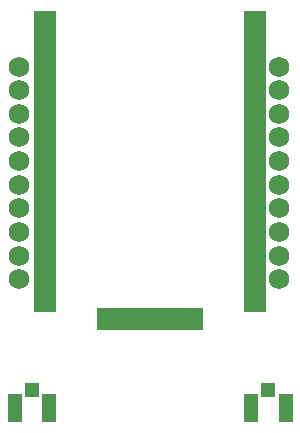
<source format=gts>
G04*
G04 #@! TF.GenerationSoftware,Altium Limited,Altium Designer,19.1.5 (86)*
G04*
G04 Layer_Color=8388736*
%FSLAX25Y25*%
%MOIN*%
G70*
G01*
G75*
%ADD14R,0.04737X0.04934*%
%ADD15R,0.04934X0.09461*%
%ADD16R,0.07575X0.05575*%
%ADD17R,0.05575X0.07575*%
%ADD18C,0.06800*%
D14*
X313681Y217028D02*
D03*
X392421D02*
D03*
D15*
X319488Y211024D02*
D03*
X307874D02*
D03*
X386614D02*
D03*
X398228D02*
D03*
D16*
X388000Y341000D02*
D03*
Y336000D02*
D03*
Y331000D02*
D03*
Y326000D02*
D03*
Y321000D02*
D03*
Y316000D02*
D03*
Y311000D02*
D03*
Y306000D02*
D03*
Y301000D02*
D03*
Y296000D02*
D03*
Y291000D02*
D03*
Y286000D02*
D03*
Y281000D02*
D03*
Y276000D02*
D03*
Y271000D02*
D03*
Y266000D02*
D03*
Y261000D02*
D03*
Y256000D02*
D03*
Y251000D02*
D03*
Y246000D02*
D03*
X318000Y341000D02*
D03*
Y336000D02*
D03*
Y331000D02*
D03*
Y326000D02*
D03*
Y321000D02*
D03*
Y316000D02*
D03*
Y311000D02*
D03*
Y306000D02*
D03*
Y301000D02*
D03*
Y296000D02*
D03*
Y291000D02*
D03*
Y286000D02*
D03*
Y281000D02*
D03*
Y276000D02*
D03*
Y271000D02*
D03*
Y266000D02*
D03*
Y261000D02*
D03*
Y256000D02*
D03*
Y251000D02*
D03*
Y246000D02*
D03*
D17*
X368000Y241000D02*
D03*
X363000D02*
D03*
X358000D02*
D03*
X353000D02*
D03*
X348000D02*
D03*
X343000D02*
D03*
X338000D02*
D03*
D18*
X309500Y325000D02*
D03*
Y317126D02*
D03*
Y309252D02*
D03*
Y301378D02*
D03*
Y293504D02*
D03*
Y285630D02*
D03*
Y277756D02*
D03*
Y269882D02*
D03*
Y262008D02*
D03*
Y254134D02*
D03*
X396100D02*
D03*
Y262008D02*
D03*
Y269882D02*
D03*
Y277756D02*
D03*
Y285630D02*
D03*
Y293504D02*
D03*
Y301378D02*
D03*
Y309252D02*
D03*
Y317126D02*
D03*
Y325000D02*
D03*
M02*

</source>
